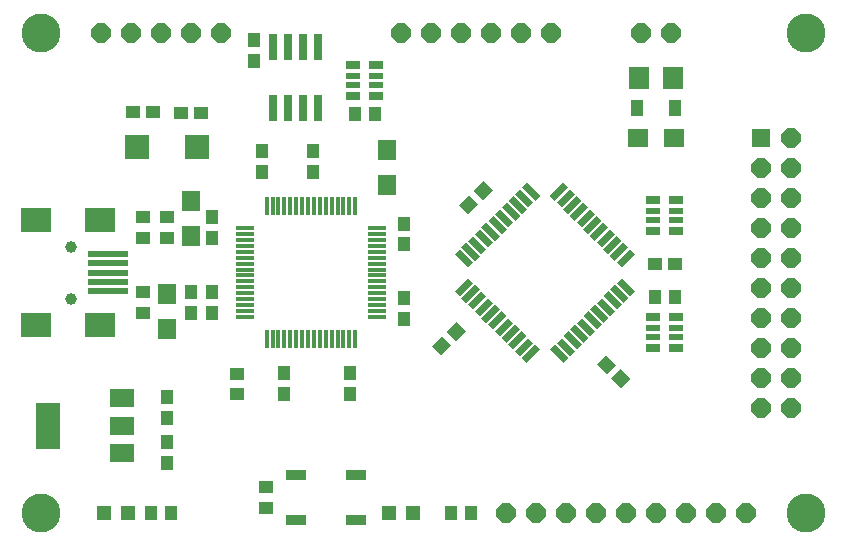
<source format=gts>
G75*
G70*
%OFA0B0*%
%FSLAX24Y24*%
%IPPOS*%
%LPD*%
%AMOC8*
5,1,8,0,0,1.08239X$1,22.5*
%
%ADD10C,0.1300*%
%ADD11R,0.0434X0.0473*%
%ADD12R,0.0591X0.0670*%
%ADD13R,0.0473X0.0434*%
%ADD14R,0.0276X0.0906*%
%ADD15R,0.0827X0.0631*%
%ADD16R,0.0827X0.1536*%
%ADD17OC8,0.0640*%
%ADD18R,0.0512X0.0512*%
%ADD19R,0.0670X0.0591*%
%ADD20R,0.0840X0.0840*%
%ADD21R,0.0631X0.0237*%
%ADD22R,0.0237X0.0631*%
%ADD23R,0.0640X0.0640*%
%ADD24R,0.0146X0.0611*%
%ADD25R,0.0611X0.0146*%
%ADD26R,0.0690X0.0340*%
%ADD27R,0.0493X0.0213*%
%ADD28R,0.0493X0.0288*%
%ADD29R,0.0398X0.0520*%
%ADD30R,0.0670X0.0750*%
%ADD31R,0.1024X0.0827*%
%ADD32R,0.1339X0.0237*%
%ADD33C,0.0394*%
D10*
X001454Y001202D03*
X001454Y017202D03*
X026954Y017202D03*
X026954Y001202D03*
D11*
X022588Y008402D03*
X021919Y008402D03*
X013554Y008338D03*
X013554Y007668D03*
X011752Y005836D03*
X011752Y005167D03*
X009552Y005167D03*
X009552Y005836D03*
X007154Y007867D03*
X007154Y008536D03*
X006454Y008536D03*
X006454Y007867D03*
X007154Y010367D03*
X007154Y011036D03*
X008822Y012567D03*
X008822Y013236D03*
X010522Y013236D03*
X010522Y012567D03*
X011919Y014502D03*
X012588Y014502D03*
X008554Y016267D03*
X008554Y016936D03*
X013554Y010835D03*
X013554Y010165D03*
X005654Y005038D03*
X005654Y004368D03*
X005654Y003538D03*
X005654Y002868D03*
X005788Y001202D03*
X005119Y001202D03*
X015119Y001202D03*
X015788Y001202D03*
D12*
X005654Y007311D03*
X005654Y008492D03*
X006454Y010411D03*
X006454Y011592D03*
X012972Y012111D03*
X012972Y013292D03*
D13*
G36*
X016037Y011478D02*
X015704Y011145D01*
X015397Y011452D01*
X015730Y011785D01*
X016037Y011478D01*
G37*
G36*
X016510Y011951D02*
X016177Y011618D01*
X015870Y011925D01*
X016203Y012258D01*
X016510Y011951D01*
G37*
X021919Y009502D03*
X022588Y009502D03*
G36*
X020304Y006458D02*
X020637Y006125D01*
X020330Y005818D01*
X019997Y006151D01*
X020304Y006458D01*
G37*
G36*
X020777Y005985D02*
X021110Y005652D01*
X020803Y005345D01*
X020470Y005678D01*
X020777Y005985D01*
G37*
G36*
X015610Y007251D02*
X015277Y006918D01*
X014970Y007225D01*
X015303Y007558D01*
X015610Y007251D01*
G37*
G36*
X015137Y006778D02*
X014804Y006445D01*
X014497Y006752D01*
X014830Y007085D01*
X015137Y006778D01*
G37*
X008004Y005835D03*
X008004Y005165D03*
X004854Y007867D03*
X004854Y008536D03*
X004854Y010367D03*
X005654Y010367D03*
X005654Y011036D03*
X004854Y011036D03*
X005188Y014552D03*
X004519Y014552D03*
X006119Y014533D03*
X006788Y014533D03*
X008954Y002036D03*
X008954Y001367D03*
D14*
X009204Y014678D03*
X009704Y014678D03*
X010204Y014678D03*
X010704Y014678D03*
X010704Y016725D03*
X010204Y016725D03*
X009704Y016725D03*
X009204Y016725D03*
D15*
X004162Y005007D03*
X004162Y004102D03*
X004162Y003196D03*
D16*
X001682Y004102D03*
D17*
X016954Y001202D03*
X017954Y001202D03*
X018954Y001202D03*
X019954Y001202D03*
X020954Y001202D03*
X021954Y001202D03*
X022954Y001202D03*
X023954Y001202D03*
X024954Y001202D03*
X025454Y004702D03*
X026454Y004702D03*
X026454Y005702D03*
X025454Y005702D03*
X025454Y006702D03*
X026454Y006702D03*
X026454Y007702D03*
X025454Y007702D03*
X025454Y008702D03*
X026454Y008702D03*
X026454Y009702D03*
X025454Y009702D03*
X025454Y010702D03*
X026454Y010702D03*
X026454Y011702D03*
X025454Y011702D03*
X025454Y012702D03*
X026454Y012702D03*
X026454Y013702D03*
X022454Y017202D03*
X021454Y017202D03*
X018454Y017202D03*
X017454Y017202D03*
X016454Y017202D03*
X015454Y017202D03*
X014454Y017202D03*
X013454Y017202D03*
X007454Y017202D03*
X006454Y017202D03*
X005454Y017202D03*
X004454Y017202D03*
X003454Y017202D03*
D18*
X003540Y001202D03*
X004367Y001202D03*
X013040Y001202D03*
X013867Y001202D03*
D19*
X021363Y013702D03*
X022544Y013702D03*
D20*
X006654Y013402D03*
X004654Y013402D03*
D21*
G36*
X015692Y009369D02*
X015247Y009814D01*
X015414Y009981D01*
X015859Y009536D01*
X015692Y009369D01*
G37*
G36*
X015915Y009592D02*
X015470Y010037D01*
X015637Y010204D01*
X016082Y009759D01*
X015915Y009592D01*
G37*
G36*
X016138Y009814D02*
X015693Y010259D01*
X015860Y010426D01*
X016305Y009981D01*
X016138Y009814D01*
G37*
G36*
X016360Y010037D02*
X015915Y010482D01*
X016082Y010649D01*
X016527Y010204D01*
X016360Y010037D01*
G37*
G36*
X016583Y010260D02*
X016138Y010705D01*
X016305Y010872D01*
X016750Y010427D01*
X016583Y010260D01*
G37*
G36*
X016806Y010482D02*
X016361Y010927D01*
X016528Y011094D01*
X016973Y010649D01*
X016806Y010482D01*
G37*
G36*
X017028Y010705D02*
X016583Y011150D01*
X016750Y011317D01*
X017195Y010872D01*
X017028Y010705D01*
G37*
G36*
X017251Y010928D02*
X016806Y011373D01*
X016973Y011540D01*
X017418Y011095D01*
X017251Y010928D01*
G37*
G36*
X017474Y011150D02*
X017029Y011595D01*
X017196Y011762D01*
X017641Y011317D01*
X017474Y011150D01*
G37*
G36*
X017697Y011373D02*
X017252Y011818D01*
X017419Y011985D01*
X017864Y011540D01*
X017697Y011373D01*
G37*
G36*
X017919Y011596D02*
X017474Y012041D01*
X017641Y012208D01*
X018086Y011763D01*
X017919Y011596D01*
G37*
G36*
X021093Y008422D02*
X020648Y008867D01*
X020815Y009034D01*
X021260Y008589D01*
X021093Y008422D01*
G37*
G36*
X020870Y008200D02*
X020425Y008645D01*
X020592Y008812D01*
X021037Y008367D01*
X020870Y008200D01*
G37*
G36*
X020647Y007977D02*
X020202Y008422D01*
X020369Y008589D01*
X020814Y008144D01*
X020647Y007977D01*
G37*
G36*
X020425Y007754D02*
X019980Y008199D01*
X020147Y008366D01*
X020592Y007921D01*
X020425Y007754D01*
G37*
G36*
X020202Y007531D02*
X019757Y007976D01*
X019924Y008143D01*
X020369Y007698D01*
X020202Y007531D01*
G37*
G36*
X019979Y007309D02*
X019534Y007754D01*
X019701Y007921D01*
X020146Y007476D01*
X019979Y007309D01*
G37*
G36*
X019757Y007086D02*
X019312Y007531D01*
X019479Y007698D01*
X019924Y007253D01*
X019757Y007086D01*
G37*
G36*
X019534Y006863D02*
X019089Y007308D01*
X019256Y007475D01*
X019701Y007030D01*
X019534Y006863D01*
G37*
G36*
X019311Y006641D02*
X018866Y007086D01*
X019033Y007253D01*
X019478Y006808D01*
X019311Y006641D01*
G37*
G36*
X019088Y006418D02*
X018643Y006863D01*
X018810Y007030D01*
X019255Y006585D01*
X019088Y006418D01*
G37*
G36*
X018866Y006195D02*
X018421Y006640D01*
X018588Y006807D01*
X019033Y006362D01*
X018866Y006195D01*
G37*
D22*
G36*
X017641Y006195D02*
X017474Y006362D01*
X017919Y006807D01*
X018086Y006640D01*
X017641Y006195D01*
G37*
G36*
X017419Y006418D02*
X017252Y006585D01*
X017697Y007030D01*
X017864Y006863D01*
X017419Y006418D01*
G37*
G36*
X017196Y006641D02*
X017029Y006808D01*
X017474Y007253D01*
X017641Y007086D01*
X017196Y006641D01*
G37*
G36*
X016973Y006863D02*
X016806Y007030D01*
X017251Y007475D01*
X017418Y007308D01*
X016973Y006863D01*
G37*
G36*
X016750Y007086D02*
X016583Y007253D01*
X017028Y007698D01*
X017195Y007531D01*
X016750Y007086D01*
G37*
G36*
X016528Y007309D02*
X016361Y007476D01*
X016806Y007921D01*
X016973Y007754D01*
X016528Y007309D01*
G37*
G36*
X016305Y007531D02*
X016138Y007698D01*
X016583Y008143D01*
X016750Y007976D01*
X016305Y007531D01*
G37*
G36*
X016082Y007754D02*
X015915Y007921D01*
X016360Y008366D01*
X016527Y008199D01*
X016082Y007754D01*
G37*
G36*
X015860Y007977D02*
X015693Y008144D01*
X016138Y008589D01*
X016305Y008422D01*
X015860Y007977D01*
G37*
G36*
X015637Y008200D02*
X015470Y008367D01*
X015915Y008812D01*
X016082Y008645D01*
X015637Y008200D01*
G37*
G36*
X015414Y008422D02*
X015247Y008589D01*
X015692Y009034D01*
X015859Y008867D01*
X015414Y008422D01*
G37*
G36*
X019256Y010928D02*
X019089Y011095D01*
X019534Y011540D01*
X019701Y011373D01*
X019256Y010928D01*
G37*
G36*
X019479Y010705D02*
X019312Y010872D01*
X019757Y011317D01*
X019924Y011150D01*
X019479Y010705D01*
G37*
G36*
X019701Y010482D02*
X019534Y010649D01*
X019979Y011094D01*
X020146Y010927D01*
X019701Y010482D01*
G37*
G36*
X019924Y010260D02*
X019757Y010427D01*
X020202Y010872D01*
X020369Y010705D01*
X019924Y010260D01*
G37*
G36*
X020147Y010037D02*
X019980Y010204D01*
X020425Y010649D01*
X020592Y010482D01*
X020147Y010037D01*
G37*
G36*
X020369Y009814D02*
X020202Y009981D01*
X020647Y010426D01*
X020814Y010259D01*
X020369Y009814D01*
G37*
G36*
X020592Y009592D02*
X020425Y009759D01*
X020870Y010204D01*
X021037Y010037D01*
X020592Y009592D01*
G37*
G36*
X020815Y009369D02*
X020648Y009536D01*
X021093Y009981D01*
X021260Y009814D01*
X020815Y009369D01*
G37*
G36*
X019033Y011150D02*
X018866Y011317D01*
X019311Y011762D01*
X019478Y011595D01*
X019033Y011150D01*
G37*
G36*
X018810Y011373D02*
X018643Y011540D01*
X019088Y011985D01*
X019255Y011818D01*
X018810Y011373D01*
G37*
G36*
X018588Y011596D02*
X018421Y011763D01*
X018866Y012208D01*
X019033Y012041D01*
X018588Y011596D01*
G37*
D23*
X025454Y013702D03*
D24*
X011930Y011416D03*
X011733Y011416D03*
X011536Y011416D03*
X011339Y011416D03*
X011143Y011416D03*
X010946Y011416D03*
X010749Y011416D03*
X010552Y011416D03*
X010355Y011416D03*
X010158Y011416D03*
X009961Y011416D03*
X009765Y011416D03*
X009568Y011416D03*
X009371Y011416D03*
X009174Y011416D03*
X008977Y011416D03*
X008977Y006987D03*
X009174Y006987D03*
X009371Y006987D03*
X009568Y006987D03*
X009765Y006987D03*
X009961Y006987D03*
X010158Y006987D03*
X010355Y006987D03*
X010552Y006987D03*
X010749Y006987D03*
X010946Y006987D03*
X011143Y006987D03*
X011339Y006987D03*
X011536Y006987D03*
X011733Y006987D03*
X011930Y006987D03*
D25*
X012668Y007725D03*
X012668Y007922D03*
X012668Y008119D03*
X012668Y008316D03*
X012668Y008513D03*
X012668Y008709D03*
X012668Y008906D03*
X012668Y009103D03*
X012668Y009300D03*
X012668Y009497D03*
X012668Y009694D03*
X012668Y009891D03*
X012668Y010087D03*
X012668Y010284D03*
X012668Y010481D03*
X012668Y010678D03*
X008239Y010678D03*
X008239Y010481D03*
X008239Y010284D03*
X008239Y010087D03*
X008239Y009891D03*
X008239Y009694D03*
X008239Y009497D03*
X008239Y009300D03*
X008239Y009103D03*
X008239Y008906D03*
X008239Y008709D03*
X008239Y008513D03*
X008239Y008316D03*
X008239Y008119D03*
X008239Y007922D03*
X008239Y007725D03*
D26*
X009954Y002452D03*
X011954Y002452D03*
X011954Y000952D03*
X009954Y000952D03*
D27*
X021870Y007044D03*
X021870Y007359D03*
X022637Y007359D03*
X022637Y007044D03*
X022637Y010944D03*
X022637Y011259D03*
X021870Y011259D03*
X021870Y010944D03*
X012637Y015444D03*
X012637Y015759D03*
X011870Y015759D03*
X011870Y015444D03*
D28*
X011870Y015092D03*
X012637Y015092D03*
X012637Y016111D03*
X011870Y016111D03*
X021870Y011611D03*
X022637Y011611D03*
X022637Y010592D03*
X021870Y010592D03*
X021870Y007711D03*
X022637Y007711D03*
X022637Y006692D03*
X021870Y006692D03*
D29*
X021310Y014702D03*
X022597Y014702D03*
D30*
X022513Y015702D03*
X021394Y015702D03*
D31*
X003438Y010954D03*
X001272Y010954D03*
X001272Y007450D03*
X003438Y007450D03*
D32*
X003674Y008572D03*
X003674Y008887D03*
X003674Y009202D03*
X003674Y009517D03*
X003674Y009831D03*
D33*
X002454Y010068D03*
X002454Y008335D03*
M02*

</source>
